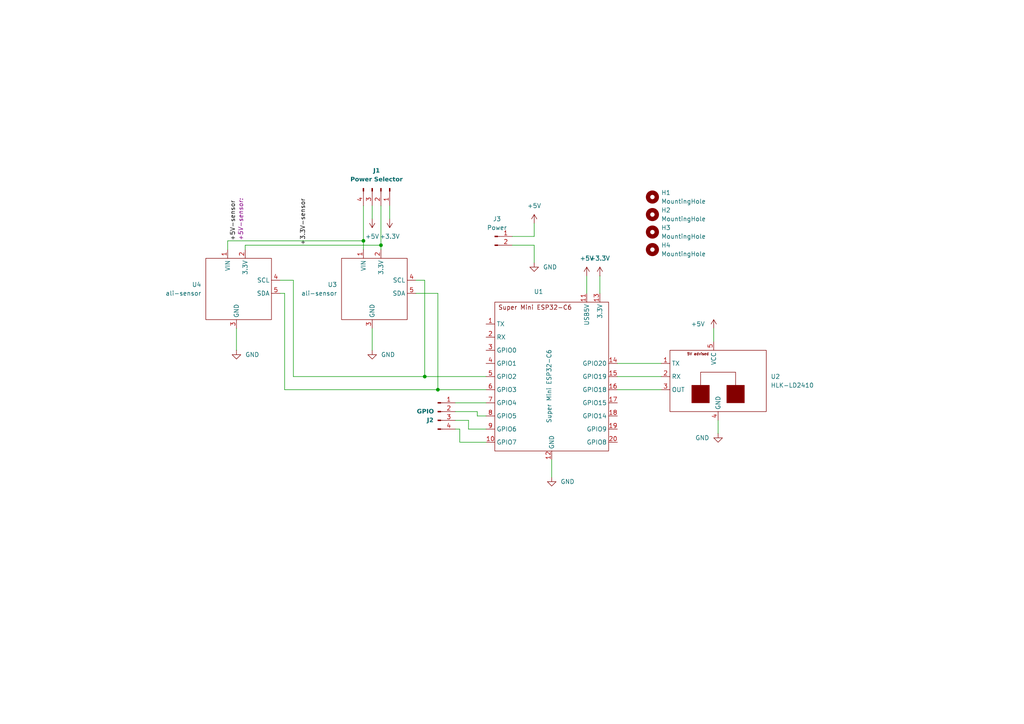
<source format=kicad_sch>
(kicad_sch (version 20250114) (generator "eeschema") (generator_version "9.0")
  (paper "A4")
  (lib_symbols
    (symbol "Connector:Conn_01x02_Pin" (pin_names (offset 1.016) (hide yes))
      (property "Reference" "J" (at 0 2.54 0))
      (property "Value" "Conn_01x02_Pin" (at 0 -5.08 0))
      (symbol "Conn_01x02_Pin_1_1"
        (rectangle (start 0.8636 0.127) (end 0 -0.127) (stroke (width 0.1524)) (fill (type outline)))
        (rectangle (start 0.8636 -2.413) (end 0 -2.667) (stroke (width 0.1524)) (fill (type outline)))
        (polyline (pts (xy 1.27 0) (xy 0.8636 0)) (stroke (width 0.1524)))
        (polyline (pts (xy 1.27 -2.54) (xy 0.8636 -2.54)) (stroke (width 0.1524)))
        (pin passive line (at 5.08 0 180) (length 3.81) (name "Pin_1") (number "1"))
        (pin passive line (at 5.08 -2.54 180) (length 3.81) (name "Pin_2") (number "2"))
      )
    )
    (symbol "Connector:Conn_01x04_Pin" (pin_names (offset 1.016) (hide yes))
      (property "Reference" "J" (at 0 5.08 0))
      (property "Value" "Conn_01x04_Pin" (at 0 -7.62 0))
      (symbol "Conn_01x04_Pin_1_1"
        (rectangle (start 0.8636 2.667) (end 0 2.413) (stroke (width 0.1524)) (fill (type outline)))
        (rectangle (start 0.8636 0.127) (end 0 -0.127) (stroke (width 0.1524)) (fill (type outline)))
        (rectangle (start 0.8636 -2.413) (end 0 -2.667) (stroke (width 0.1524)) (fill (type outline)))
        (rectangle (start 0.8636 -4.953) (end 0 -5.207) (stroke (width 0.1524)) (fill (type outline)))
        (polyline (pts (xy 1.27 2.54) (xy 0.8636 2.54)) (stroke (width 0.1524)))
        (polyline (pts (xy 1.27 0) (xy 0.8636 0)) (stroke (width 0.1524)))
        (polyline (pts (xy 1.27 -2.54) (xy 0.8636 -2.54)) (stroke (width 0.1524)))
        (polyline (pts (xy 1.27 -5.08) (xy 0.8636 -5.08)) (stroke (width 0.1524)))
        (pin passive line (at 5.08 2.54 180) (length 3.81) (name "Pin_1") (number "1"))
        (pin passive line (at 5.08 0 180) (length 3.81) (name "Pin_2") (number "2"))
        (pin passive line (at 5.08 -2.54 180) (length 3.81) (name "Pin_3") (number "3"))
        (pin passive line (at 5.08 -5.08 180) (length 3.81) (name "Pin_4") (number "4"))
      )
    )
    (symbol "ESP32-Super_Mini:Super_Mini_ESP32-C6"
      (property "Reference" "U" (at 12.7 6.858 0))
      (property "Value" "Super Mini ESP32-C6" (at 15.748 -20.574 90))
      (symbol "Super_Mini_ESP32-C6_0_1"
        (rectangle (start 0 3.81) (end 33.02 -39.37))
      )
      (symbol "Super_Mini_ESP32-C6_1_1"
        (text "Super Mini ESP32-C6" (at 11.684 2.286 0) (effects (font (size 1.27 1.27))))
        (pin output line (at -2.54 -2.54 0) (length 2.54) (name "TX") (number "1"))
        (pin output line (at -2.54 -6.35 0) (length 2.54) (name "RX") (number "2"))
        (pin input line (at -2.54 -10.16 0) (length 2.54) (name "GPIO0") (number "3"))
        (pin input line (at -2.54 -13.97 0) (length 2.54) (name "GPIO1") (number "4"))
        (pin input line (at -2.54 -17.78 0) (length 2.54) (name "GPIO2") (number "5"))
        (pin input line (at -2.54 -21.59 0) (length 2.54) (name "GPIO3") (number "6"))
        (pin input line (at -2.54 -25.4 0) (length 2.54) (name "GPIO4") (number "7"))
        (pin input line (at -2.54 -29.21 0) (length 2.54) (name "GPIO5") (number "8"))
        (pin input line (at -2.54 -33.02 0) (length 2.54) (name "GPIO6") (number "9"))
        (pin input line (at -2.54 -36.83 0) (length 2.54) (name "GPIO7") (number "10"))
        (pin power_in line (at 16.51 -41.91 90) (length 2.54) (name "GND") (number "12"))
        (pin power_out line (at 26.67 6.35 270) (length 2.54) (name "USB5V") (number "11"))
        (pin power_out line (at 30.48 6.35 270) (length 2.54) (name "3.3V") (number "13"))
        (pin input line (at 35.56 -13.97 180) (length 2.54) (name "GPIO20") (number "14"))
        (pin input line (at 35.56 -17.78 180) (length 2.54) (name "GPIO19") (number "15"))
        (pin input line (at 35.56 -21.59 180) (length 2.54) (name "GPIO18") (number "16"))
        (pin input line (at 35.56 -25.4 180) (length 2.54) (name "GPIO15") (number "17"))
        (pin input line (at 35.56 -29.21 180) (length 2.54) (name "GPIO14") (number "18"))
        (pin input line (at 35.56 -33.02 180) (length 2.54) (name "GPIO9") (number "19"))
        (pin input line (at 35.56 -36.83 180) (length 2.54) (name "GPIO8") (number "20"))
      )
    )
    (symbol "HLK-LD2410:HLK-LD2410C"
      (property "Reference" "U" (at 0 0 0))
      (property "Value" "HLK-LD2410" (at -12.446 2.032 90))
      (symbol "HLK-LD2410C_0_1"
        (rectangle (start -13.97 8.89) (end 13.97 -8.89))
        (polyline (pts (xy 5.08 -1.27) (xy 5.08 2.54) (xy -5.08 2.54) (xy -5.08 -1.27)))
      )
      (symbol "HLK-LD2410C_1_1"
        (rectangle (start -7.62 -1.27) (end -2.54 -6.35) (fill (type outline)))
        (rectangle (start 2.54 -1.27) (end 7.62 -6.35) (fill (type outline)))
        (text "5V advised" (at 5.842 7.874 0) (effects (font (size 0.762 0.762))))
        (pin power_in line (at 0 -11.43 90) (length 2.54) (name "GND") (number "4"))
        (pin power_in line (at 1.27 11.43 270) (length 2.54) (name "VCC") (number "5"))
        (pin input line (at 16.51 5.08 180) (length 2.54) (name "TX") (number "1"))
        (pin input line (at 16.51 1.27 180) (length 2.54) (name "RX") (number "2"))
        (pin output line (at 16.51 -2.54 180) (length 2.54) (name "OUT") (number "3"))
      )
    )
    (symbol "Mechanical:MountingHole" (pin_names (offset 1.016)) (in_bom no)
      (property "Reference" "H" (at 0 5.08 0))
      (property "Value" "MountingHole" (at 0 3.175 0))
      (symbol "MountingHole_0_1"
        (circle (center 0 0) (radius 1.27) (stroke (width 1.27)))
      )
    )
    (symbol "ali-sensor:ali-sensor"
      (property "Reference" "U" (at -7.112 -7.112 0))
      (property "Value" "ali-sensor" (at -2.794 0.254 0))
      (symbol "ali-sensor_0_1"
        (rectangle (start -8.89 8.89) (end 10.16 -8.89))
      )
      (symbol "ali-sensor_1_1"
        (pin power_in line (at -2.54 11.43 270) (length 2.54) (name "VIN") (number "1"))
        (pin power_in line (at 0 -11.43 90) (length 2.54) (name "GND") (number "3"))
        (pin power_in line (at 2.54 11.43 270) (length 2.54) (name "3.3V") (number "2"))
        (pin bidirectional line (at 12.7 2.54 180) (length 2.54) (name "SCL") (number "4"))
        (pin bidirectional line (at 12.7 -1.27 180) (length 2.54) (name "SDA") (number "5"))
      )
    )
    (symbol "power:+3.3V" (power) (pin_numbers (hide yes)) (pin_names (offset 0) (hide yes))
      (property "Value" "+3.3V" (at 0 3.556 0))
      (symbol "+3.3V_0_1"
        (polyline (pts (xy -0.762 1.27) (xy 0 2.54)))
        (polyline (pts (xy 0 2.54) (xy 0.762 1.27)))
        (polyline (pts (xy 0 0) (xy 0 2.54)))
      )
      (symbol "+3.3V_1_1"
        (pin power_in line (at 0 0 90) (length 0) (name "~") (number "1"))
      )
    )
    (symbol "power:+5V" (power) (pin_numbers (hide yes)) (pin_names (offset 0) (hide yes))
      (property "Value" "+5V" (at 0 3.556 0))
      (symbol "+5V_0_1"
        (polyline (pts (xy -0.762 1.27) (xy 0 2.54)))
        (polyline (pts (xy 0 2.54) (xy 0.762 1.27)))
        (polyline (pts (xy 0 0) (xy 0 2.54)))
      )
      (symbol "+5V_1_1"
        (pin power_in line (at 0 0 90) (length 0) (name "~") (number "1"))
      )
    )
    (symbol "power:GND" (power) (pin_numbers (hide yes)) (pin_names (offset 0) (hide yes))
      (property "Value" "GND" (at 0 -3.81 0))
      (symbol "GND_0_1"
        (polyline (pts (xy 0 0) (xy 0 -1.27) (xy 1.27 -1.27) (xy 0 -2.54) (xy -1.27 -1.27) (xy 0 -1.27)))
      )
      (symbol "GND_1_1"
        (pin power_in line (at 0 0 270) (length 0) (name "~") (number "1"))
      )
    )
  )
  (junction (at 123.19 109.22))
  (junction (at 105.41 69.85))
  (junction (at 127 113.03))
  (junction (at 110.49 71.12))
  (wire (pts (xy 132.08 116.84) (xy 140.97 116.84)))
  (wire (pts (xy 123.19 109.22) (xy 123.19 81.28)))
  (wire (pts (xy 127 113.03) (xy 140.97 113.03)))
  (wire (pts (xy 85.09 81.28) (xy 85.09 109.22)))
  (wire (pts (xy 105.41 69.85) (xy 105.41 72.39)))
  (wire (pts (xy 154.94 68.58) (xy 154.94 64.77)))
  (wire (pts (xy 179.07 109.22) (xy 191.77 109.22)))
  (wire (pts (xy 81.28 81.28) (xy 85.09 81.28)))
  (wire (pts (xy 71.12 71.12) (xy 110.49 71.12)))
  (wire (pts (xy 66.04 72.39) (xy 66.04 69.85)))
  (wire (pts (xy 127 113.03) (xy 127 85.09)))
  (wire (pts (xy 132.08 119.38) (xy 138.43 119.38)))
  (wire (pts (xy 138.43 120.65) (xy 140.97 120.65)))
  (wire (pts (xy 132.08 121.92) (xy 135.89 121.92)))
  (wire (pts (xy 107.95 95.25) (xy 107.95 101.6)))
  (wire (pts (xy 207.01 95.25) (xy 207.01 99.06)))
  (wire (pts (xy 66.04 69.85) (xy 105.41 69.85)))
  (wire (pts (xy 82.55 113.03) (xy 127 113.03)))
  (wire (pts (xy 71.12 72.39) (xy 71.12 71.12)))
  (wire (pts (xy 132.08 124.46) (xy 133.35 124.46)))
  (wire (pts (xy 148.59 68.58) (xy 154.94 68.58)))
  (wire (pts (xy 173.99 80.01) (xy 173.99 85.09)))
  (wire (pts (xy 110.49 71.12) (xy 110.49 72.39)))
  (wire (pts (xy 135.89 121.92) (xy 135.89 124.46)))
  (wire (pts (xy 154.94 71.12) (xy 154.94 76.2)))
  (wire (pts (xy 110.49 59.69) (xy 110.49 71.12)))
  (wire (pts (xy 133.35 128.27) (xy 140.97 128.27)))
  (wire (pts (xy 68.58 95.25) (xy 68.58 101.6)))
  (wire (pts (xy 179.07 113.03) (xy 191.77 113.03)))
  (wire (pts (xy 123.19 109.22) (xy 140.97 109.22)))
  (wire (pts (xy 81.28 85.09) (xy 82.55 85.09)))
  (wire (pts (xy 179.07 105.41) (xy 191.77 105.41)))
  (wire (pts (xy 105.41 59.69) (xy 105.41 69.85)))
  (wire (pts (xy 82.55 85.09) (xy 82.55 113.03)))
  (wire (pts (xy 107.95 59.69) (xy 107.95 63.5)))
  (wire (pts (xy 133.35 124.46) (xy 133.35 128.27)))
  (wire (pts (xy 160.02 133.35) (xy 160.02 138.43)))
  (wire (pts (xy 208.28 121.92) (xy 208.28 125.73)))
  (wire (pts (xy 127 85.09) (xy 120.65 85.09)))
  (wire (pts (xy 85.09 109.22) (xy 123.19 109.22)))
  (wire (pts (xy 113.03 59.69) (xy 113.03 63.5)))
  (wire (pts (xy 148.59 71.12) (xy 154.94 71.12)))
  (wire (pts (xy 135.89 124.46) (xy 140.97 124.46)))
  (wire (pts (xy 170.18 80.01) (xy 170.18 85.09)))
  (wire (pts (xy 138.43 119.38) (xy 138.43 120.65)))
  (wire (pts (xy 123.19 81.28) (xy 120.65 81.28)))
  (label "+5V-sensor" (at 68.58 69.85 90))
  (label "+3.3V-sensor" (at 88.9 71.12 90))
  (symbol (lib_id "Connector:Conn_01x04_Pin") (at 127 119.38 0) (unit 1)
    (property "Reference" "J2" (at 125.73 121.92 0) (effects (justify right)))
    (property "Value" "GPIO" (at 125.73 119.38 0) (effects (justify right)))
    (property "Footprint" "Connector_Molex:Molex_KK-254_AE-6410-04A_1x04_P2.54mm_Vertical" (effects (hide yes)))
    (property "Description" "Generic connector, single row, 01x04, script generated" (effects (hide yes)))
  )
  (symbol (lib_id "HLK-LD2410:HLK-LD2410C") (at 208.28 110.49 0) (mirror y) (unit 1)
    (property "Reference" "U2" (at 223.52 109.2199 0) (effects (justify right)))
    (property "Value" "HLK-LD2410" (at 223.52 111.7599 0) (effects (justify right)))
    (property "Footprint" "HLK-LD2410:HLK-LD2410C" (effects (hide yes)))
    (property "Description" "Human presence sensing module" (effects (hide yes)))
  )
  (symbol (lib_id "Mechanical:MountingHole") (at 189.23 57.15 0) (unit 1) (in_bom no)
    (property "Reference" "H1" (at 191.77 55.8799 0) (effects (justify left)))
    (property "Value" "MountingHole" (at 191.77 58.4199 0) (effects (justify left)))
    (property "Footprint" "MountingHole:MountingHole_3.2mm_M3" (effects (hide yes)))
    (property "Description" "Mounting Hole without connection" (effects (hide yes)))
  )
  (symbol (lib_id "power:+3.3V") (at 173.99 80.01 0) (unit 1)
    (property "Reference" "#PWR3" (effects (hide yes)))
    (property "Value" "+3.3V" (at 173.99 74.93 0))
    (property "Description" "Power symbol creates a global label with name \"+3.3V\"" (effects (hide yes)))
  )
  (symbol (lib_id "power:GND") (at 68.58 101.6 0) (unit 1)
    (property "Reference" "#PWR08" (effects (hide yes)))
    (property "Value" "GND" (at 71.12 102.8699 0) (effects (justify left)))
    (property "Description" "Power symbol creates a global label with name \"GND\" , ground" (effects (hide yes)))
  )
  (symbol (lib_id "Connector:Conn_01x02_Pin") (at 143.51 68.58 0) (unit 1)
    (property "Reference" "J3" (at 144.145 63.5 0))
    (property "Value" "Power" (at 144.145 66.04 0))
    (property "Footprint" "Connector_Molex:Molex_KK-254_AE-6410-02A_1x02_P2.54mm_Vertical" (effects (hide yes)))
    (property "Description" "Generic connector, single row, 01x02, script generated" (effects (hide yes)))
  )
  (symbol (lib_id "ESP32-Super_Mini:Super_Mini_ESP32-C6") (at 143.51 91.44 0) (unit 1)
    (property "Reference" "U1" (at 156.21 84.582 0))
    (property "Value" "Super Mini ESP32-C6" (at 159.258 112.014 90))
    (property "Footprint" "ESP32-C6-Super_Mini:ESP32-C6" (effects (hide yes)))
    (property "Description" "The Super Mini ESP32-C6 is a cheap ESP32 microcontroller, available from places like AliExpress" (effects (hide yes)))
  )
  (symbol (lib_id "power:+3.3V") (at 113.03 63.5 180) (unit 1)
    (property "Reference" "#PWR6" (effects (hide yes)))
    (property "Value" "+3.3V" (at 113.03 68.58 0))
    (property "Description" "Power symbol creates a global label with name \"+3.3V\"" (effects (hide yes)))
  )
  (symbol (lib_id "power:+5V") (at 107.95 63.5 180) (unit 1)
    (property "Reference" "#PWR7" (effects (hide yes)))
    (property "Value" "+5V" (at 107.95 68.58 0))
    (property "Description" "Power symbol creates a global label with name \"+5V\"" (effects (hide yes)))
  )
  (symbol (lib_id "Connector:Conn_01x04_Pin") (at 110.49 54.61 270) (unit 1)
    (property "Reference" "J1" (at 109.22 49.53 90))
    (property "Value" "Power Selector" (at 109.22 52.07 90))
    (property "Footprint" "Connector_PinHeader_2.54mm:PinHeader_1x04_P2.54mm_Vertical" (effects (hide yes)))
    (property "Description" "Generic connector, single row, 01x04, script generated" (effects (hide yes)))
  )
  (symbol (lib_id "ali-sensor:ali-sensor") (at 68.58 83.82 0) (unit 1)
    (property "Reference" "U4" (at 58.42 82.5499 0) (effects (justify right)))
    (property "Value" "ali-sensor" (at 58.42 85.0899 0) (effects (justify right)))
    (property "Footprint" "ali-sensor:ali-sensor" (effects (hide yes)))
    (property "Description" "AliExpress Sensor" (effects (hide yes)))
  )
  (symbol (lib_id "Mechanical:MountingHole") (at 189.23 62.23 0) (unit 1) (in_bom no)
    (property "Reference" "H2" (at 191.77 60.9599 0) (effects (justify left)))
    (property "Value" "MountingHole" (at 191.77 63.4999 0) (effects (justify left)))
    (property "Footprint" "MountingHole:MountingHole_3.2mm_M3" (effects (hide yes)))
    (property "Description" "Mounting Hole without connection" (effects (hide yes)))
  )
  (symbol (lib_id "power:+5V") (at 170.18 80.01 0) (unit 1)
    (property "Reference" "#PWR4" (effects (hide yes)))
    (property "Value" "+5V" (at 170.18 74.93 0))
    (property "Description" "Power symbol creates a global label with name \"+5V\"" (effects (hide yes)))
  )
  (symbol (lib_id "Mechanical:MountingHole") (at 189.23 72.39 0) (unit 1) (in_bom no)
    (property "Reference" "H4" (at 191.77 71.1199 0) (effects (justify left)))
    (property "Value" "MountingHole" (at 191.77 73.6599 0) (effects (justify left)))
    (property "Footprint" "MountingHole:MountingHole_3.2mm_M3" (effects (hide yes)))
    (property "Description" "Mounting Hole without connection" (effects (hide yes)))
  )
  (symbol (lib_id "power:GND") (at 154.94 76.2 0) (unit 1)
    (property "Reference" "#PWR011" (effects (hide yes)))
    (property "Value" "GND" (at 157.48 77.4699 0) (effects (justify left)))
    (property "Description" "Power symbol creates a global label with name \"GND\" , ground" (effects (hide yes)))
  )
  (symbol (lib_id "power:GND") (at 208.28 125.73 0) (mirror y) (unit 1)
    (property "Reference" "#PWR2" (effects (hide yes)))
    (property "Value" "GND" (at 205.74 126.9999 0) (effects (justify left)))
    (property "Description" "Power symbol creates a global label with name \"GND\" , ground" (effects (hide yes)))
  )
  (symbol (lib_id "power:+5V") (at 207.01 95.25 0) (mirror y) (unit 1)
    (property "Reference" "#PWR5" (effects (hide yes)))
    (property "Value" "+5V" (at 204.47 93.9799 0) (effects (justify left)))
    (property "Description" "Power symbol creates a global label with name \"+5V\"" (effects (hide yes)))
  )
  (symbol (lib_id "power:GND") (at 160.02 138.43 0) (unit 1)
    (property "Reference" "#PWR1" (effects (hide yes)))
    (property "Value" "GND" (at 162.56 139.6999 0) (effects (justify left)))
    (property "Description" "Power symbol creates a global label with name \"GND\" , ground" (effects (hide yes)))
  )
  (symbol (lib_id "power:GND") (at 107.95 101.6 0) (unit 1)
    (property "Reference" "#PWR09" (effects (hide yes)))
    (property "Value" "GND" (at 110.49 102.8699 0) (effects (justify left)))
    (property "Description" "Power symbol creates a global label with name \"GND\" , ground" (effects (hide yes)))
  )
  (symbol (lib_id "ali-sensor:ali-sensor") (at 107.95 83.82 0) (unit 1)
    (property "Reference" "U3" (at 97.79 82.5499 0) (effects (justify right)))
    (property "Value" "ali-sensor" (at 97.79 85.0899 0) (effects (justify right)))
    (property "Footprint" "ali-sensor:ali-sensor" (effects (hide yes)))
    (property "Description" "AliExpress Sensor" (effects (hide yes)))
  )
  (symbol (lib_id "Mechanical:MountingHole") (at 189.23 67.31 0) (unit 1) (in_bom no)
    (property "Reference" "H3" (at 191.77 66.0399 0) (effects (justify left)))
    (property "Value" "MountingHole" (at 191.77 68.5799 0) (effects (justify left)))
    (property "Footprint" "MountingHole:MountingHole_3.2mm_M3" (effects (hide yes)))
    (property "Description" "Mounting Hole without connection" (effects (hide yes)))
  )
  (symbol (lib_id "power:+5V") (at 154.94 64.77 0) (unit 1)
    (property "Reference" "#PWR010" (effects (hide yes)))
    (property "Value" "+5V" (at 154.94 59.69 0))
    (property "Description" "Power symbol creates a global label with name \"+5V\"" (effects (hide yes)))
  )
)
</source>
